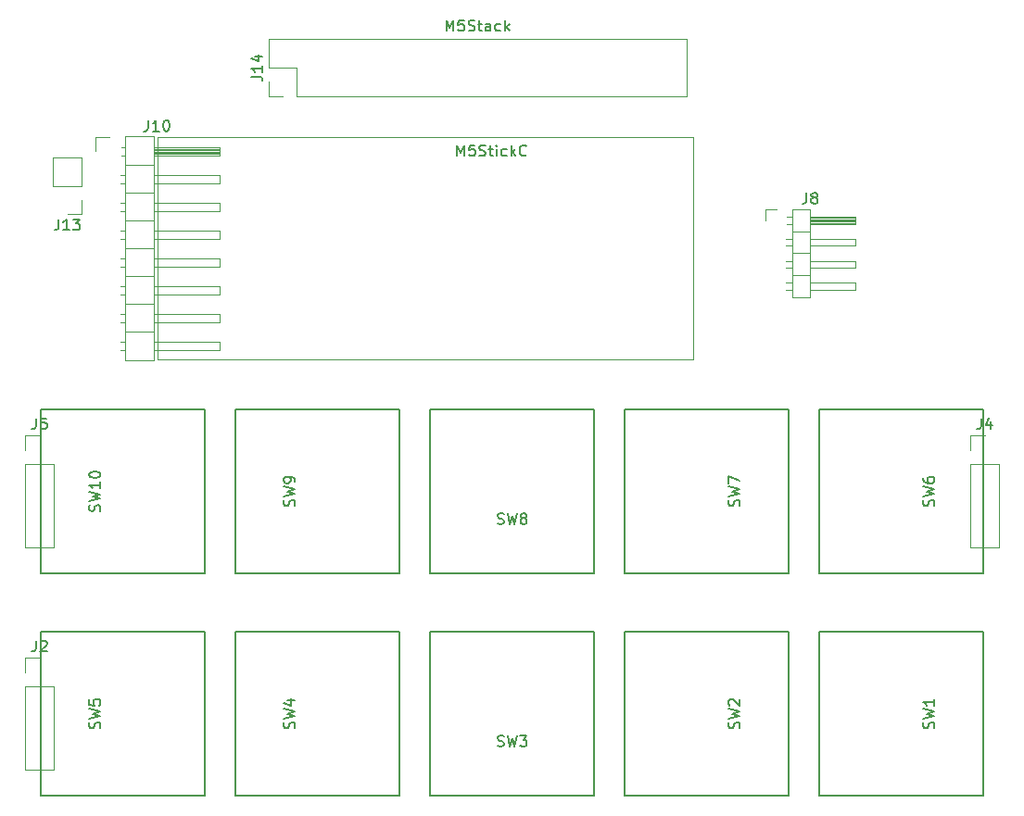
<source format=gto>
G04 #@! TF.GenerationSoftware,KiCad,Pcbnew,(5.1.8)-1*
G04 #@! TF.CreationDate,2021-10-10T22:10:11+09:00*
G04 #@! TF.ProjectId,windsynth,77696e64-7379-46e7-9468-2e6b69636164,rev?*
G04 #@! TF.SameCoordinates,Original*
G04 #@! TF.FileFunction,Legend,Top*
G04 #@! TF.FilePolarity,Positive*
%FSLAX46Y46*%
G04 Gerber Fmt 4.6, Leading zero omitted, Abs format (unit mm)*
G04 Created by KiCad (PCBNEW (5.1.8)-1) date 2021-10-10 22:10:11*
%MOMM*%
%LPD*%
G01*
G04 APERTURE LIST*
%ADD10C,0.150000*%
%ADD11C,0.120000*%
G04 APERTURE END LIST*
D10*
X145732857Y-64587380D02*
X145732857Y-63587380D01*
X146066190Y-64301666D01*
X146399523Y-63587380D01*
X146399523Y-64587380D01*
X147351904Y-63587380D02*
X146875714Y-63587380D01*
X146828095Y-64063571D01*
X146875714Y-64015952D01*
X146970952Y-63968333D01*
X147209047Y-63968333D01*
X147304285Y-64015952D01*
X147351904Y-64063571D01*
X147399523Y-64158809D01*
X147399523Y-64396904D01*
X147351904Y-64492142D01*
X147304285Y-64539761D01*
X147209047Y-64587380D01*
X146970952Y-64587380D01*
X146875714Y-64539761D01*
X146828095Y-64492142D01*
X147780476Y-64539761D02*
X147923333Y-64587380D01*
X148161428Y-64587380D01*
X148256666Y-64539761D01*
X148304285Y-64492142D01*
X148351904Y-64396904D01*
X148351904Y-64301666D01*
X148304285Y-64206428D01*
X148256666Y-64158809D01*
X148161428Y-64111190D01*
X147970952Y-64063571D01*
X147875714Y-64015952D01*
X147828095Y-63968333D01*
X147780476Y-63873095D01*
X147780476Y-63777857D01*
X147828095Y-63682619D01*
X147875714Y-63635000D01*
X147970952Y-63587380D01*
X148209047Y-63587380D01*
X148351904Y-63635000D01*
X148637619Y-63920714D02*
X149018571Y-63920714D01*
X148780476Y-63587380D02*
X148780476Y-64444523D01*
X148828095Y-64539761D01*
X148923333Y-64587380D01*
X149018571Y-64587380D01*
X149780476Y-64587380D02*
X149780476Y-64063571D01*
X149732857Y-63968333D01*
X149637619Y-63920714D01*
X149447142Y-63920714D01*
X149351904Y-63968333D01*
X149780476Y-64539761D02*
X149685238Y-64587380D01*
X149447142Y-64587380D01*
X149351904Y-64539761D01*
X149304285Y-64444523D01*
X149304285Y-64349285D01*
X149351904Y-64254047D01*
X149447142Y-64206428D01*
X149685238Y-64206428D01*
X149780476Y-64158809D01*
X150685238Y-64539761D02*
X150590000Y-64587380D01*
X150399523Y-64587380D01*
X150304285Y-64539761D01*
X150256666Y-64492142D01*
X150209047Y-64396904D01*
X150209047Y-64111190D01*
X150256666Y-64015952D01*
X150304285Y-63968333D01*
X150399523Y-63920714D01*
X150590000Y-63920714D01*
X150685238Y-63968333D01*
X151113809Y-64587380D02*
X151113809Y-63587380D01*
X151209047Y-64206428D02*
X151494761Y-64587380D01*
X151494761Y-63920714D02*
X151113809Y-64301666D01*
X146717142Y-76017380D02*
X146717142Y-75017380D01*
X147050476Y-75731666D01*
X147383809Y-75017380D01*
X147383809Y-76017380D01*
X148336190Y-75017380D02*
X147860000Y-75017380D01*
X147812380Y-75493571D01*
X147860000Y-75445952D01*
X147955238Y-75398333D01*
X148193333Y-75398333D01*
X148288571Y-75445952D01*
X148336190Y-75493571D01*
X148383809Y-75588809D01*
X148383809Y-75826904D01*
X148336190Y-75922142D01*
X148288571Y-75969761D01*
X148193333Y-76017380D01*
X147955238Y-76017380D01*
X147860000Y-75969761D01*
X147812380Y-75922142D01*
X148764761Y-75969761D02*
X148907619Y-76017380D01*
X149145714Y-76017380D01*
X149240952Y-75969761D01*
X149288571Y-75922142D01*
X149336190Y-75826904D01*
X149336190Y-75731666D01*
X149288571Y-75636428D01*
X149240952Y-75588809D01*
X149145714Y-75541190D01*
X148955238Y-75493571D01*
X148860000Y-75445952D01*
X148812380Y-75398333D01*
X148764761Y-75303095D01*
X148764761Y-75207857D01*
X148812380Y-75112619D01*
X148860000Y-75065000D01*
X148955238Y-75017380D01*
X149193333Y-75017380D01*
X149336190Y-75065000D01*
X149621904Y-75350714D02*
X150002857Y-75350714D01*
X149764761Y-75017380D02*
X149764761Y-75874523D01*
X149812380Y-75969761D01*
X149907619Y-76017380D01*
X150002857Y-76017380D01*
X150336190Y-76017380D02*
X150336190Y-75350714D01*
X150336190Y-75017380D02*
X150288571Y-75065000D01*
X150336190Y-75112619D01*
X150383809Y-75065000D01*
X150336190Y-75017380D01*
X150336190Y-75112619D01*
X151240952Y-75969761D02*
X151145714Y-76017380D01*
X150955238Y-76017380D01*
X150860000Y-75969761D01*
X150812380Y-75922142D01*
X150764761Y-75826904D01*
X150764761Y-75541190D01*
X150812380Y-75445952D01*
X150860000Y-75398333D01*
X150955238Y-75350714D01*
X151145714Y-75350714D01*
X151240952Y-75398333D01*
X151669523Y-76017380D02*
X151669523Y-75017380D01*
X151764761Y-75636428D02*
X152050476Y-76017380D01*
X152050476Y-75350714D02*
X151669523Y-75731666D01*
X153050476Y-75922142D02*
X153002857Y-75969761D01*
X152860000Y-76017380D01*
X152764761Y-76017380D01*
X152621904Y-75969761D01*
X152526666Y-75874523D01*
X152479047Y-75779285D01*
X152431428Y-75588809D01*
X152431428Y-75445952D01*
X152479047Y-75255476D01*
X152526666Y-75160238D01*
X152621904Y-75065000D01*
X152764761Y-75017380D01*
X152860000Y-75017380D01*
X153002857Y-75065000D01*
X153050476Y-75112619D01*
D11*
X119380000Y-94615000D02*
X119380000Y-74295000D01*
X168275000Y-94615000D02*
X119380000Y-94615000D01*
X168275000Y-74295000D02*
X168275000Y-94615000D01*
X119380000Y-74295000D02*
X168275000Y-74295000D01*
G04 #@! TO.C,J10*
X113665000Y-74295000D02*
X114935000Y-74295000D01*
X113665000Y-75565000D02*
X113665000Y-74295000D01*
X115977929Y-93725000D02*
X116375000Y-93725000D01*
X115977929Y-92965000D02*
X116375000Y-92965000D01*
X125035000Y-93725000D02*
X119035000Y-93725000D01*
X125035000Y-92965000D02*
X125035000Y-93725000D01*
X119035000Y-92965000D02*
X125035000Y-92965000D01*
X116375000Y-92075000D02*
X119035000Y-92075000D01*
X115977929Y-91185000D02*
X116375000Y-91185000D01*
X115977929Y-90425000D02*
X116375000Y-90425000D01*
X125035000Y-91185000D02*
X119035000Y-91185000D01*
X125035000Y-90425000D02*
X125035000Y-91185000D01*
X119035000Y-90425000D02*
X125035000Y-90425000D01*
X116375000Y-89535000D02*
X119035000Y-89535000D01*
X115977929Y-88645000D02*
X116375000Y-88645000D01*
X115977929Y-87885000D02*
X116375000Y-87885000D01*
X125035000Y-88645000D02*
X119035000Y-88645000D01*
X125035000Y-87885000D02*
X125035000Y-88645000D01*
X119035000Y-87885000D02*
X125035000Y-87885000D01*
X116375000Y-86995000D02*
X119035000Y-86995000D01*
X115977929Y-86105000D02*
X116375000Y-86105000D01*
X115977929Y-85345000D02*
X116375000Y-85345000D01*
X125035000Y-86105000D02*
X119035000Y-86105000D01*
X125035000Y-85345000D02*
X125035000Y-86105000D01*
X119035000Y-85345000D02*
X125035000Y-85345000D01*
X116375000Y-84455000D02*
X119035000Y-84455000D01*
X115977929Y-83565000D02*
X116375000Y-83565000D01*
X115977929Y-82805000D02*
X116375000Y-82805000D01*
X125035000Y-83565000D02*
X119035000Y-83565000D01*
X125035000Y-82805000D02*
X125035000Y-83565000D01*
X119035000Y-82805000D02*
X125035000Y-82805000D01*
X116375000Y-81915000D02*
X119035000Y-81915000D01*
X115977929Y-81025000D02*
X116375000Y-81025000D01*
X115977929Y-80265000D02*
X116375000Y-80265000D01*
X125035000Y-81025000D02*
X119035000Y-81025000D01*
X125035000Y-80265000D02*
X125035000Y-81025000D01*
X119035000Y-80265000D02*
X125035000Y-80265000D01*
X116375000Y-79375000D02*
X119035000Y-79375000D01*
X115977929Y-78485000D02*
X116375000Y-78485000D01*
X115977929Y-77725000D02*
X116375000Y-77725000D01*
X125035000Y-78485000D02*
X119035000Y-78485000D01*
X125035000Y-77725000D02*
X125035000Y-78485000D01*
X119035000Y-77725000D02*
X125035000Y-77725000D01*
X116375000Y-76835000D02*
X119035000Y-76835000D01*
X116045000Y-75945000D02*
X116375000Y-75945000D01*
X116045000Y-75185000D02*
X116375000Y-75185000D01*
X119035000Y-75845000D02*
X125035000Y-75845000D01*
X119035000Y-75725000D02*
X125035000Y-75725000D01*
X119035000Y-75605000D02*
X125035000Y-75605000D01*
X119035000Y-75485000D02*
X125035000Y-75485000D01*
X119035000Y-75365000D02*
X125035000Y-75365000D01*
X119035000Y-75245000D02*
X125035000Y-75245000D01*
X125035000Y-75945000D02*
X119035000Y-75945000D01*
X125035000Y-75185000D02*
X125035000Y-75945000D01*
X119035000Y-75185000D02*
X125035000Y-75185000D01*
X119035000Y-74235000D02*
X116375000Y-74235000D01*
X119035000Y-94675000D02*
X119035000Y-74235000D01*
X116375000Y-94675000D02*
X119035000Y-94675000D01*
X116375000Y-74235000D02*
X116375000Y-94675000D01*
D10*
G04 #@! TO.C,SW1*
X179825000Y-134500000D02*
X179825000Y-119500000D01*
X179825000Y-119500000D02*
X194825000Y-119500000D01*
X194825000Y-119500000D02*
X194825000Y-134500000D01*
X194825000Y-134500000D02*
X179825000Y-134500000D01*
G04 #@! TO.C,SW2*
X162045000Y-134500000D02*
X162045000Y-119500000D01*
X162045000Y-119500000D02*
X177045000Y-119500000D01*
X177045000Y-119500000D02*
X177045000Y-134500000D01*
X177045000Y-134500000D02*
X162045000Y-134500000D01*
G04 #@! TO.C,SW3*
X144265000Y-134500000D02*
X144265000Y-119500000D01*
X159265000Y-134500000D02*
X144265000Y-134500000D01*
X159265000Y-119500000D02*
X159265000Y-134500000D01*
X144265000Y-119500000D02*
X159265000Y-119500000D01*
G04 #@! TO.C,SW4*
X141485000Y-119500000D02*
X141485000Y-134500000D01*
X141485000Y-134500000D02*
X126485000Y-134500000D01*
X126485000Y-134500000D02*
X126485000Y-119500000D01*
X126485000Y-119500000D02*
X141485000Y-119500000D01*
G04 #@! TO.C,SW5*
X108705000Y-119500000D02*
X123705000Y-119500000D01*
X108705000Y-134500000D02*
X108705000Y-119500000D01*
X123705000Y-134500000D02*
X108705000Y-134500000D01*
X123705000Y-119500000D02*
X123705000Y-134500000D01*
G04 #@! TO.C,SW6*
X179825000Y-114180000D02*
X179825000Y-99180000D01*
X179825000Y-99180000D02*
X194825000Y-99180000D01*
X194825000Y-99180000D02*
X194825000Y-114180000D01*
X194825000Y-114180000D02*
X179825000Y-114180000D01*
G04 #@! TO.C,SW7*
X177045000Y-114180000D02*
X162045000Y-114180000D01*
X177045000Y-99180000D02*
X177045000Y-114180000D01*
X162045000Y-99180000D02*
X177045000Y-99180000D01*
X162045000Y-114180000D02*
X162045000Y-99180000D01*
G04 #@! TO.C,SW8*
X144265000Y-99180000D02*
X159265000Y-99180000D01*
X159265000Y-99180000D02*
X159265000Y-114180000D01*
X159265000Y-114180000D02*
X144265000Y-114180000D01*
X144265000Y-114180000D02*
X144265000Y-99180000D01*
G04 #@! TO.C,SW9*
X126485000Y-99180000D02*
X141485000Y-99180000D01*
X126485000Y-114180000D02*
X126485000Y-99180000D01*
X141485000Y-114180000D02*
X126485000Y-114180000D01*
X141485000Y-99180000D02*
X141485000Y-114180000D01*
G04 #@! TO.C,SW10*
X123705000Y-99180000D02*
X123705000Y-114180000D01*
X123705000Y-114180000D02*
X108705000Y-114180000D01*
X108705000Y-114180000D02*
X108705000Y-99180000D01*
X108705000Y-99180000D02*
X123705000Y-99180000D01*
D11*
G04 #@! TO.C,J8*
X174895000Y-80915000D02*
X175895000Y-80915000D01*
X174895000Y-81915000D02*
X174895000Y-80915000D01*
X176777114Y-88225000D02*
X177335000Y-88225000D01*
X176777114Y-87605000D02*
X177335000Y-87605000D01*
X183155000Y-88225000D02*
X178955000Y-88225000D01*
X183155000Y-87605000D02*
X183155000Y-88225000D01*
X178955000Y-87605000D02*
X183155000Y-87605000D01*
X177335000Y-86915000D02*
X178955000Y-86915000D01*
X176777114Y-86225000D02*
X177335000Y-86225000D01*
X176777114Y-85605000D02*
X177335000Y-85605000D01*
X183155000Y-86225000D02*
X178955000Y-86225000D01*
X183155000Y-85605000D02*
X183155000Y-86225000D01*
X178955000Y-85605000D02*
X183155000Y-85605000D01*
X177335000Y-84915000D02*
X178955000Y-84915000D01*
X176777114Y-84225000D02*
X177335000Y-84225000D01*
X176777114Y-83605000D02*
X177335000Y-83605000D01*
X183155000Y-84225000D02*
X178955000Y-84225000D01*
X183155000Y-83605000D02*
X183155000Y-84225000D01*
X178955000Y-83605000D02*
X183155000Y-83605000D01*
X177335000Y-82915000D02*
X178955000Y-82915000D01*
X176830000Y-82225000D02*
X177335000Y-82225000D01*
X176830000Y-81605000D02*
X177335000Y-81605000D01*
X178955000Y-82145000D02*
X183155000Y-82145000D01*
X178955000Y-82025000D02*
X183155000Y-82025000D01*
X178955000Y-81905000D02*
X183155000Y-81905000D01*
X178955000Y-81785000D02*
X183155000Y-81785000D01*
X178955000Y-81665000D02*
X183155000Y-81665000D01*
X183155000Y-82225000D02*
X178955000Y-82225000D01*
X183155000Y-81605000D02*
X183155000Y-82225000D01*
X178955000Y-81605000D02*
X183155000Y-81605000D01*
X178955000Y-80855000D02*
X177335000Y-80855000D01*
X178955000Y-88975000D02*
X178955000Y-80855000D01*
X177335000Y-88975000D02*
X178955000Y-88975000D01*
X177335000Y-80855000D02*
X177335000Y-88975000D01*
G04 #@! TO.C,J2*
X107255000Y-121860000D02*
X108585000Y-121860000D01*
X107255000Y-123190000D02*
X107255000Y-121860000D01*
X107255000Y-124460000D02*
X109915000Y-124460000D01*
X109915000Y-124460000D02*
X109915000Y-132140000D01*
X107255000Y-124460000D02*
X107255000Y-132140000D01*
X107255000Y-132140000D02*
X109915000Y-132140000D01*
G04 #@! TO.C,J4*
X193615000Y-111820000D02*
X196275000Y-111820000D01*
X193615000Y-104140000D02*
X193615000Y-111820000D01*
X196275000Y-104140000D02*
X196275000Y-111820000D01*
X193615000Y-104140000D02*
X196275000Y-104140000D01*
X193615000Y-102870000D02*
X193615000Y-101540000D01*
X193615000Y-101540000D02*
X194945000Y-101540000D01*
G04 #@! TO.C,J5*
X107255000Y-101540000D02*
X108585000Y-101540000D01*
X107255000Y-102870000D02*
X107255000Y-101540000D01*
X107255000Y-104140000D02*
X109915000Y-104140000D01*
X109915000Y-104140000D02*
X109915000Y-111820000D01*
X107255000Y-104140000D02*
X107255000Y-111820000D01*
X107255000Y-111820000D02*
X109915000Y-111820000D01*
G04 #@! TO.C,J13*
X112455000Y-81340000D02*
X111125000Y-81340000D01*
X112455000Y-80010000D02*
X112455000Y-81340000D01*
X112455000Y-78740000D02*
X109795000Y-78740000D01*
X109795000Y-78740000D02*
X109795000Y-76140000D01*
X112455000Y-78740000D02*
X112455000Y-76140000D01*
X112455000Y-76140000D02*
X109795000Y-76140000D01*
G04 #@! TO.C,J14*
X129480000Y-70545000D02*
X129480000Y-69215000D01*
X130810000Y-70545000D02*
X129480000Y-70545000D01*
X129480000Y-67945000D02*
X129480000Y-65345000D01*
X132080000Y-67945000D02*
X129480000Y-67945000D01*
X132080000Y-70545000D02*
X132080000Y-67945000D01*
X129480000Y-65345000D02*
X167700000Y-65345000D01*
X132080000Y-70545000D02*
X167700000Y-70545000D01*
X167700000Y-70545000D02*
X167700000Y-65345000D01*
G04 #@! TO.C,J10*
D10*
X118510476Y-72747380D02*
X118510476Y-73461666D01*
X118462857Y-73604523D01*
X118367619Y-73699761D01*
X118224761Y-73747380D01*
X118129523Y-73747380D01*
X119510476Y-73747380D02*
X118939047Y-73747380D01*
X119224761Y-73747380D02*
X119224761Y-72747380D01*
X119129523Y-72890238D01*
X119034285Y-72985476D01*
X118939047Y-73033095D01*
X120129523Y-72747380D02*
X120224761Y-72747380D01*
X120320000Y-72795000D01*
X120367619Y-72842619D01*
X120415238Y-72937857D01*
X120462857Y-73128333D01*
X120462857Y-73366428D01*
X120415238Y-73556904D01*
X120367619Y-73652142D01*
X120320000Y-73699761D01*
X120224761Y-73747380D01*
X120129523Y-73747380D01*
X120034285Y-73699761D01*
X119986666Y-73652142D01*
X119939047Y-73556904D01*
X119891428Y-73366428D01*
X119891428Y-73128333D01*
X119939047Y-72937857D01*
X119986666Y-72842619D01*
X120034285Y-72795000D01*
X120129523Y-72747380D01*
G04 #@! TO.C,SW1*
X190269761Y-128333333D02*
X190317380Y-128190476D01*
X190317380Y-127952380D01*
X190269761Y-127857142D01*
X190222142Y-127809523D01*
X190126904Y-127761904D01*
X190031666Y-127761904D01*
X189936428Y-127809523D01*
X189888809Y-127857142D01*
X189841190Y-127952380D01*
X189793571Y-128142857D01*
X189745952Y-128238095D01*
X189698333Y-128285714D01*
X189603095Y-128333333D01*
X189507857Y-128333333D01*
X189412619Y-128285714D01*
X189365000Y-128238095D01*
X189317380Y-128142857D01*
X189317380Y-127904761D01*
X189365000Y-127761904D01*
X189317380Y-127428571D02*
X190317380Y-127190476D01*
X189603095Y-127000000D01*
X190317380Y-126809523D01*
X189317380Y-126571428D01*
X190317380Y-125666666D02*
X190317380Y-126238095D01*
X190317380Y-125952380D02*
X189317380Y-125952380D01*
X189460238Y-126047619D01*
X189555476Y-126142857D01*
X189603095Y-126238095D01*
G04 #@! TO.C,SW2*
X172489761Y-128333333D02*
X172537380Y-128190476D01*
X172537380Y-127952380D01*
X172489761Y-127857142D01*
X172442142Y-127809523D01*
X172346904Y-127761904D01*
X172251666Y-127761904D01*
X172156428Y-127809523D01*
X172108809Y-127857142D01*
X172061190Y-127952380D01*
X172013571Y-128142857D01*
X171965952Y-128238095D01*
X171918333Y-128285714D01*
X171823095Y-128333333D01*
X171727857Y-128333333D01*
X171632619Y-128285714D01*
X171585000Y-128238095D01*
X171537380Y-128142857D01*
X171537380Y-127904761D01*
X171585000Y-127761904D01*
X171537380Y-127428571D02*
X172537380Y-127190476D01*
X171823095Y-127000000D01*
X172537380Y-126809523D01*
X171537380Y-126571428D01*
X171632619Y-126238095D02*
X171585000Y-126190476D01*
X171537380Y-126095238D01*
X171537380Y-125857142D01*
X171585000Y-125761904D01*
X171632619Y-125714285D01*
X171727857Y-125666666D01*
X171823095Y-125666666D01*
X171965952Y-125714285D01*
X172537380Y-126285714D01*
X172537380Y-125666666D01*
G04 #@! TO.C,SW3*
X150431666Y-129944761D02*
X150574523Y-129992380D01*
X150812619Y-129992380D01*
X150907857Y-129944761D01*
X150955476Y-129897142D01*
X151003095Y-129801904D01*
X151003095Y-129706666D01*
X150955476Y-129611428D01*
X150907857Y-129563809D01*
X150812619Y-129516190D01*
X150622142Y-129468571D01*
X150526904Y-129420952D01*
X150479285Y-129373333D01*
X150431666Y-129278095D01*
X150431666Y-129182857D01*
X150479285Y-129087619D01*
X150526904Y-129040000D01*
X150622142Y-128992380D01*
X150860238Y-128992380D01*
X151003095Y-129040000D01*
X151336428Y-128992380D02*
X151574523Y-129992380D01*
X151765000Y-129278095D01*
X151955476Y-129992380D01*
X152193571Y-128992380D01*
X152479285Y-128992380D02*
X153098333Y-128992380D01*
X152765000Y-129373333D01*
X152907857Y-129373333D01*
X153003095Y-129420952D01*
X153050714Y-129468571D01*
X153098333Y-129563809D01*
X153098333Y-129801904D01*
X153050714Y-129897142D01*
X153003095Y-129944761D01*
X152907857Y-129992380D01*
X152622142Y-129992380D01*
X152526904Y-129944761D01*
X152479285Y-129897142D01*
G04 #@! TO.C,SW4*
X131849761Y-128333333D02*
X131897380Y-128190476D01*
X131897380Y-127952380D01*
X131849761Y-127857142D01*
X131802142Y-127809523D01*
X131706904Y-127761904D01*
X131611666Y-127761904D01*
X131516428Y-127809523D01*
X131468809Y-127857142D01*
X131421190Y-127952380D01*
X131373571Y-128142857D01*
X131325952Y-128238095D01*
X131278333Y-128285714D01*
X131183095Y-128333333D01*
X131087857Y-128333333D01*
X130992619Y-128285714D01*
X130945000Y-128238095D01*
X130897380Y-128142857D01*
X130897380Y-127904761D01*
X130945000Y-127761904D01*
X130897380Y-127428571D02*
X131897380Y-127190476D01*
X131183095Y-127000000D01*
X131897380Y-126809523D01*
X130897380Y-126571428D01*
X131230714Y-125761904D02*
X131897380Y-125761904D01*
X130849761Y-126000000D02*
X131564047Y-126238095D01*
X131564047Y-125619047D01*
G04 #@! TO.C,SW5*
X114069761Y-128333333D02*
X114117380Y-128190476D01*
X114117380Y-127952380D01*
X114069761Y-127857142D01*
X114022142Y-127809523D01*
X113926904Y-127761904D01*
X113831666Y-127761904D01*
X113736428Y-127809523D01*
X113688809Y-127857142D01*
X113641190Y-127952380D01*
X113593571Y-128142857D01*
X113545952Y-128238095D01*
X113498333Y-128285714D01*
X113403095Y-128333333D01*
X113307857Y-128333333D01*
X113212619Y-128285714D01*
X113165000Y-128238095D01*
X113117380Y-128142857D01*
X113117380Y-127904761D01*
X113165000Y-127761904D01*
X113117380Y-127428571D02*
X114117380Y-127190476D01*
X113403095Y-127000000D01*
X114117380Y-126809523D01*
X113117380Y-126571428D01*
X113117380Y-125714285D02*
X113117380Y-126190476D01*
X113593571Y-126238095D01*
X113545952Y-126190476D01*
X113498333Y-126095238D01*
X113498333Y-125857142D01*
X113545952Y-125761904D01*
X113593571Y-125714285D01*
X113688809Y-125666666D01*
X113926904Y-125666666D01*
X114022142Y-125714285D01*
X114069761Y-125761904D01*
X114117380Y-125857142D01*
X114117380Y-126095238D01*
X114069761Y-126190476D01*
X114022142Y-126238095D01*
G04 #@! TO.C,SW6*
X190269761Y-108013333D02*
X190317380Y-107870476D01*
X190317380Y-107632380D01*
X190269761Y-107537142D01*
X190222142Y-107489523D01*
X190126904Y-107441904D01*
X190031666Y-107441904D01*
X189936428Y-107489523D01*
X189888809Y-107537142D01*
X189841190Y-107632380D01*
X189793571Y-107822857D01*
X189745952Y-107918095D01*
X189698333Y-107965714D01*
X189603095Y-108013333D01*
X189507857Y-108013333D01*
X189412619Y-107965714D01*
X189365000Y-107918095D01*
X189317380Y-107822857D01*
X189317380Y-107584761D01*
X189365000Y-107441904D01*
X189317380Y-107108571D02*
X190317380Y-106870476D01*
X189603095Y-106680000D01*
X190317380Y-106489523D01*
X189317380Y-106251428D01*
X189317380Y-105441904D02*
X189317380Y-105632380D01*
X189365000Y-105727619D01*
X189412619Y-105775238D01*
X189555476Y-105870476D01*
X189745952Y-105918095D01*
X190126904Y-105918095D01*
X190222142Y-105870476D01*
X190269761Y-105822857D01*
X190317380Y-105727619D01*
X190317380Y-105537142D01*
X190269761Y-105441904D01*
X190222142Y-105394285D01*
X190126904Y-105346666D01*
X189888809Y-105346666D01*
X189793571Y-105394285D01*
X189745952Y-105441904D01*
X189698333Y-105537142D01*
X189698333Y-105727619D01*
X189745952Y-105822857D01*
X189793571Y-105870476D01*
X189888809Y-105918095D01*
G04 #@! TO.C,SW7*
X172489761Y-108013333D02*
X172537380Y-107870476D01*
X172537380Y-107632380D01*
X172489761Y-107537142D01*
X172442142Y-107489523D01*
X172346904Y-107441904D01*
X172251666Y-107441904D01*
X172156428Y-107489523D01*
X172108809Y-107537142D01*
X172061190Y-107632380D01*
X172013571Y-107822857D01*
X171965952Y-107918095D01*
X171918333Y-107965714D01*
X171823095Y-108013333D01*
X171727857Y-108013333D01*
X171632619Y-107965714D01*
X171585000Y-107918095D01*
X171537380Y-107822857D01*
X171537380Y-107584761D01*
X171585000Y-107441904D01*
X171537380Y-107108571D02*
X172537380Y-106870476D01*
X171823095Y-106680000D01*
X172537380Y-106489523D01*
X171537380Y-106251428D01*
X171537380Y-105965714D02*
X171537380Y-105299047D01*
X172537380Y-105727619D01*
G04 #@! TO.C,SW8*
X150431666Y-109624761D02*
X150574523Y-109672380D01*
X150812619Y-109672380D01*
X150907857Y-109624761D01*
X150955476Y-109577142D01*
X151003095Y-109481904D01*
X151003095Y-109386666D01*
X150955476Y-109291428D01*
X150907857Y-109243809D01*
X150812619Y-109196190D01*
X150622142Y-109148571D01*
X150526904Y-109100952D01*
X150479285Y-109053333D01*
X150431666Y-108958095D01*
X150431666Y-108862857D01*
X150479285Y-108767619D01*
X150526904Y-108720000D01*
X150622142Y-108672380D01*
X150860238Y-108672380D01*
X151003095Y-108720000D01*
X151336428Y-108672380D02*
X151574523Y-109672380D01*
X151765000Y-108958095D01*
X151955476Y-109672380D01*
X152193571Y-108672380D01*
X152717380Y-109100952D02*
X152622142Y-109053333D01*
X152574523Y-109005714D01*
X152526904Y-108910476D01*
X152526904Y-108862857D01*
X152574523Y-108767619D01*
X152622142Y-108720000D01*
X152717380Y-108672380D01*
X152907857Y-108672380D01*
X153003095Y-108720000D01*
X153050714Y-108767619D01*
X153098333Y-108862857D01*
X153098333Y-108910476D01*
X153050714Y-109005714D01*
X153003095Y-109053333D01*
X152907857Y-109100952D01*
X152717380Y-109100952D01*
X152622142Y-109148571D01*
X152574523Y-109196190D01*
X152526904Y-109291428D01*
X152526904Y-109481904D01*
X152574523Y-109577142D01*
X152622142Y-109624761D01*
X152717380Y-109672380D01*
X152907857Y-109672380D01*
X153003095Y-109624761D01*
X153050714Y-109577142D01*
X153098333Y-109481904D01*
X153098333Y-109291428D01*
X153050714Y-109196190D01*
X153003095Y-109148571D01*
X152907857Y-109100952D01*
G04 #@! TO.C,SW9*
X131849761Y-108013333D02*
X131897380Y-107870476D01*
X131897380Y-107632380D01*
X131849761Y-107537142D01*
X131802142Y-107489523D01*
X131706904Y-107441904D01*
X131611666Y-107441904D01*
X131516428Y-107489523D01*
X131468809Y-107537142D01*
X131421190Y-107632380D01*
X131373571Y-107822857D01*
X131325952Y-107918095D01*
X131278333Y-107965714D01*
X131183095Y-108013333D01*
X131087857Y-108013333D01*
X130992619Y-107965714D01*
X130945000Y-107918095D01*
X130897380Y-107822857D01*
X130897380Y-107584761D01*
X130945000Y-107441904D01*
X130897380Y-107108571D02*
X131897380Y-106870476D01*
X131183095Y-106680000D01*
X131897380Y-106489523D01*
X130897380Y-106251428D01*
X131897380Y-105822857D02*
X131897380Y-105632380D01*
X131849761Y-105537142D01*
X131802142Y-105489523D01*
X131659285Y-105394285D01*
X131468809Y-105346666D01*
X131087857Y-105346666D01*
X130992619Y-105394285D01*
X130945000Y-105441904D01*
X130897380Y-105537142D01*
X130897380Y-105727619D01*
X130945000Y-105822857D01*
X130992619Y-105870476D01*
X131087857Y-105918095D01*
X131325952Y-105918095D01*
X131421190Y-105870476D01*
X131468809Y-105822857D01*
X131516428Y-105727619D01*
X131516428Y-105537142D01*
X131468809Y-105441904D01*
X131421190Y-105394285D01*
X131325952Y-105346666D01*
G04 #@! TO.C,SW10*
X114069761Y-108489523D02*
X114117380Y-108346666D01*
X114117380Y-108108571D01*
X114069761Y-108013333D01*
X114022142Y-107965714D01*
X113926904Y-107918095D01*
X113831666Y-107918095D01*
X113736428Y-107965714D01*
X113688809Y-108013333D01*
X113641190Y-108108571D01*
X113593571Y-108299047D01*
X113545952Y-108394285D01*
X113498333Y-108441904D01*
X113403095Y-108489523D01*
X113307857Y-108489523D01*
X113212619Y-108441904D01*
X113165000Y-108394285D01*
X113117380Y-108299047D01*
X113117380Y-108060952D01*
X113165000Y-107918095D01*
X113117380Y-107584761D02*
X114117380Y-107346666D01*
X113403095Y-107156190D01*
X114117380Y-106965714D01*
X113117380Y-106727619D01*
X114117380Y-105822857D02*
X114117380Y-106394285D01*
X114117380Y-106108571D02*
X113117380Y-106108571D01*
X113260238Y-106203809D01*
X113355476Y-106299047D01*
X113403095Y-106394285D01*
X113117380Y-105203809D02*
X113117380Y-105108571D01*
X113165000Y-105013333D01*
X113212619Y-104965714D01*
X113307857Y-104918095D01*
X113498333Y-104870476D01*
X113736428Y-104870476D01*
X113926904Y-104918095D01*
X114022142Y-104965714D01*
X114069761Y-105013333D01*
X114117380Y-105108571D01*
X114117380Y-105203809D01*
X114069761Y-105299047D01*
X114022142Y-105346666D01*
X113926904Y-105394285D01*
X113736428Y-105441904D01*
X113498333Y-105441904D01*
X113307857Y-105394285D01*
X113212619Y-105346666D01*
X113165000Y-105299047D01*
X113117380Y-105203809D01*
G04 #@! TO.C,J8*
X178661666Y-79367380D02*
X178661666Y-80081666D01*
X178614047Y-80224523D01*
X178518809Y-80319761D01*
X178375952Y-80367380D01*
X178280714Y-80367380D01*
X179280714Y-79795952D02*
X179185476Y-79748333D01*
X179137857Y-79700714D01*
X179090238Y-79605476D01*
X179090238Y-79557857D01*
X179137857Y-79462619D01*
X179185476Y-79415000D01*
X179280714Y-79367380D01*
X179471190Y-79367380D01*
X179566428Y-79415000D01*
X179614047Y-79462619D01*
X179661666Y-79557857D01*
X179661666Y-79605476D01*
X179614047Y-79700714D01*
X179566428Y-79748333D01*
X179471190Y-79795952D01*
X179280714Y-79795952D01*
X179185476Y-79843571D01*
X179137857Y-79891190D01*
X179090238Y-79986428D01*
X179090238Y-80176904D01*
X179137857Y-80272142D01*
X179185476Y-80319761D01*
X179280714Y-80367380D01*
X179471190Y-80367380D01*
X179566428Y-80319761D01*
X179614047Y-80272142D01*
X179661666Y-80176904D01*
X179661666Y-79986428D01*
X179614047Y-79891190D01*
X179566428Y-79843571D01*
X179471190Y-79795952D01*
G04 #@! TO.C,J2*
X108251666Y-120312380D02*
X108251666Y-121026666D01*
X108204047Y-121169523D01*
X108108809Y-121264761D01*
X107965952Y-121312380D01*
X107870714Y-121312380D01*
X108680238Y-120407619D02*
X108727857Y-120360000D01*
X108823095Y-120312380D01*
X109061190Y-120312380D01*
X109156428Y-120360000D01*
X109204047Y-120407619D01*
X109251666Y-120502857D01*
X109251666Y-120598095D01*
X109204047Y-120740952D01*
X108632619Y-121312380D01*
X109251666Y-121312380D01*
G04 #@! TO.C,J4*
X194611666Y-99992380D02*
X194611666Y-100706666D01*
X194564047Y-100849523D01*
X194468809Y-100944761D01*
X194325952Y-100992380D01*
X194230714Y-100992380D01*
X195516428Y-100325714D02*
X195516428Y-100992380D01*
X195278333Y-99944761D02*
X195040238Y-100659047D01*
X195659285Y-100659047D01*
G04 #@! TO.C,J5*
X108251666Y-99992380D02*
X108251666Y-100706666D01*
X108204047Y-100849523D01*
X108108809Y-100944761D01*
X107965952Y-100992380D01*
X107870714Y-100992380D01*
X109204047Y-99992380D02*
X108727857Y-99992380D01*
X108680238Y-100468571D01*
X108727857Y-100420952D01*
X108823095Y-100373333D01*
X109061190Y-100373333D01*
X109156428Y-100420952D01*
X109204047Y-100468571D01*
X109251666Y-100563809D01*
X109251666Y-100801904D01*
X109204047Y-100897142D01*
X109156428Y-100944761D01*
X109061190Y-100992380D01*
X108823095Y-100992380D01*
X108727857Y-100944761D01*
X108680238Y-100897142D01*
G04 #@! TO.C,J13*
X110315476Y-81792380D02*
X110315476Y-82506666D01*
X110267857Y-82649523D01*
X110172619Y-82744761D01*
X110029761Y-82792380D01*
X109934523Y-82792380D01*
X111315476Y-82792380D02*
X110744047Y-82792380D01*
X111029761Y-82792380D02*
X111029761Y-81792380D01*
X110934523Y-81935238D01*
X110839285Y-82030476D01*
X110744047Y-82078095D01*
X111648809Y-81792380D02*
X112267857Y-81792380D01*
X111934523Y-82173333D01*
X112077380Y-82173333D01*
X112172619Y-82220952D01*
X112220238Y-82268571D01*
X112267857Y-82363809D01*
X112267857Y-82601904D01*
X112220238Y-82697142D01*
X112172619Y-82744761D01*
X112077380Y-82792380D01*
X111791666Y-82792380D01*
X111696428Y-82744761D01*
X111648809Y-82697142D01*
G04 #@! TO.C,J14*
X127932380Y-68754523D02*
X128646666Y-68754523D01*
X128789523Y-68802142D01*
X128884761Y-68897380D01*
X128932380Y-69040238D01*
X128932380Y-69135476D01*
X128932380Y-67754523D02*
X128932380Y-68325952D01*
X128932380Y-68040238D02*
X127932380Y-68040238D01*
X128075238Y-68135476D01*
X128170476Y-68230714D01*
X128218095Y-68325952D01*
X128265714Y-66897380D02*
X128932380Y-66897380D01*
X127884761Y-67135476D02*
X128599047Y-67373571D01*
X128599047Y-66754523D01*
G04 #@! TD*
M02*

</source>
